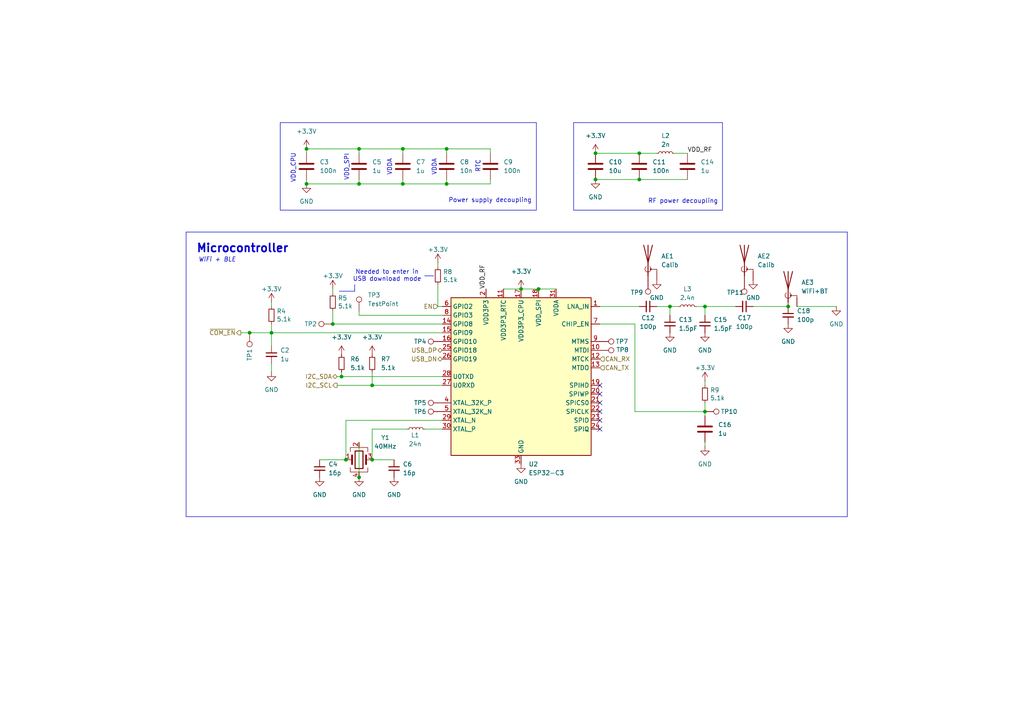
<source format=kicad_sch>
(kicad_sch (version 20250114) (generator "eeschema") (generator_version "9.0")
  (paper "A4")
  (title_block (title "GreenMobi BMS") (date "2024-02-13") (rev "ALPHA") (company "GreenMobi"))
  (lib_symbols
    (symbol "Connector:TestPoint" (pin_numbers (hide yes)) (pin_names (offset 0.762) (hide yes))
      (property "Reference" "TP" (at 0 6.858 0))
      (property "Value" "TestPoint" (at 0 5.08 0))
      (symbol "TestPoint_0_1"
        (circle (center 0 3.302) (radius 0.762))
      )
      (symbol "TestPoint_1_1"
        (pin passive line (at 0 0 90) (length 2.54) (name "1") (number "1"))
      )
    )
    (symbol "Device:Antenna_Shield" (pin_numbers (hide yes)) (pin_names (offset 1.016) (hide yes))
      (property "Reference" "AE" (at -1.905 4.445 0))
      (property "Value" "Antenna_Shield" (at -1.905 2.54 0))
      (symbol "Antenna_Shield_0_1"
        (arc (start 0 -2.667) (mid -0.8485 -2.1032) (end -0.508 -1.143))
        (polyline (pts (xy 0 5.08) (xy 0 -3.81)) (stroke (width 0.254)))
        (polyline (pts (xy 0 -2.54) (xy 0 0)))
        (arc (start 0.508 -1.143) (mid 0.8046 -2.0885) (end 0 -2.667))
        (polyline (pts (xy 0.762 -1.905) (xy 2.54 -1.905)))
        (circle (center 0.762 -1.905) (radius 0.1778) (fill (type outline)))
        (polyline (pts (xy 1.27 5.08) (xy 0 0) (xy -1.27 5.08)) (stroke (width 0.254)))
        (polyline (pts (xy 2.54 -2.54) (xy 2.54 -1.905)))
      )
      (symbol "Antenna_Shield_1_1"
        (pin input line (at 0 -5.08 90) (length 2.54) (name "A") (number "1"))
        (pin input line (at 2.54 -5.08 90) (length 2.54) (name "Shield") (number "2"))
      )
    )
    (symbol "Device:C" (pin_numbers (hide yes)) (pin_names (offset 0.254))
      (property "Reference" "C" (at 0.635 2.54 0))
      (property "Value" "C" (at 0.635 -2.54 0))
      (symbol "C_0_1"
        (polyline (pts (xy -2.032 0.762) (xy 2.032 0.762)) (stroke (width 0.508)))
        (polyline (pts (xy -2.032 -0.762) (xy 2.032 -0.762)) (stroke (width 0.508)))
      )
      (symbol "C_1_1"
        (pin passive line (at 0 3.81 270) (length 2.794) (name "~") (number "1"))
        (pin passive line (at 0 -3.81 90) (length 2.794) (name "~") (number "2"))
      )
    )
    (symbol "Device:C_Small" (pin_numbers (hide yes)) (pin_names (offset 0.254) (hide yes))
      (property "Reference" "C" (at 0.254 1.778 0))
      (property "Value" "C_Small" (at 0.254 -2.032 0))
      (symbol "C_Small_0_1"
        (polyline (pts (xy -1.524 0.508) (xy 1.524 0.508)) (stroke (width 0.3048)))
        (polyline (pts (xy -1.524 -0.508) (xy 1.524 -0.508)) (stroke (width 0.3302)))
      )
      (symbol "C_Small_1_1"
        (pin passive line (at 0 2.54 270) (length 2.032) (name "~") (number "1"))
        (pin passive line (at 0 -2.54 90) (length 2.032) (name "~") (number "2"))
      )
    )
    (symbol "Device:Crystal_GND24" (pin_names (offset 1.016) (hide yes))
      (property "Reference" "Y" (at 3.175 5.08 0))
      (property "Value" "Crystal_GND24" (at 3.175 3.175 0))
      (symbol "Crystal_GND24_0_1"
        (polyline (pts (xy -2.54 2.286) (xy -2.54 3.556) (xy 2.54 3.556) (xy 2.54 2.286)))
        (polyline (pts (xy -2.54 0) (xy -2.032 0)))
        (polyline (pts (xy -2.54 -2.286) (xy -2.54 -3.556) (xy 2.54 -3.556) (xy 2.54 -2.286)))
        (polyline (pts (xy -2.032 -1.27) (xy -2.032 1.27)) (stroke (width 0.508)))
        (rectangle (start -1.143 2.54) (end 1.143 -2.54) (stroke (width 0.3048)))
        (polyline (pts (xy 0 3.556) (xy 0 3.81)))
        (polyline (pts (xy 0 -3.81) (xy 0 -3.556)))
        (polyline (pts (xy 2.032 0) (xy 2.54 0)))
        (polyline (pts (xy 2.032 -1.27) (xy 2.032 1.27)) (stroke (width 0.508)))
      )
      (symbol "Crystal_GND24_1_1"
        (pin passive line (at -3.81 0 0) (length 1.27) (name "1") (number "1"))
        (pin passive line (at 0 5.08 270) (length 1.27) (name "2") (number "2"))
        (pin passive line (at 0 -5.08 90) (length 1.27) (name "4") (number "4"))
        (pin passive line (at 3.81 0 180) (length 1.27) (name "3") (number "3"))
      )
    )
    (symbol "Device:L_Small" (pin_numbers (hide yes)) (pin_names (offset 0.254) (hide yes))
      (property "Reference" "L" (at 0.762 1.016 0))
      (property "Value" "L_Small" (at 0.762 -1.016 0))
      (symbol "L_Small_0_1"
        (arc (start 0 2.032) (mid 0.5058 1.524) (end 0 1.016))
        (arc (start 0 1.016) (mid 0.5058 0.508) (end 0 0))
        (arc (start 0 0) (mid 0.5058 -0.508) (end 0 -1.016))
        (arc (start 0 -1.016) (mid 0.5058 -1.524) (end 0 -2.032))
      )
      (symbol "L_Small_1_1"
        (pin passive line (at 0 2.54 270) (length 0.508) (name "~") (number "1"))
        (pin passive line (at 0 -2.54 90) (length 0.508) (name "~") (number "2"))
      )
    )
    (symbol "Device:R_Small" (pin_numbers (hide yes)) (pin_names (offset 0.254) (hide yes))
      (property "Reference" "R" (at 0 0 90))
      (property "Value" "R_Small" (at 1.778 0 90))
      (symbol "R_Small_0_1"
        (rectangle (start -0.762 1.778) (end 0.762 -1.778) (stroke (width 0.2032)))
      )
      (symbol "R_Small_1_1"
        (pin passive line (at 0 2.54 270) (length 0.762) (name "~") (number "1"))
        (pin passive line (at 0 -2.54 90) (length 0.762) (name "~") (number "2"))
      )
    )
    (symbol "MCU_Espressif:ESP32-C3"
      (property "Reference" "U" (at -17.272 23.876 0))
      (property "Value" "ESP32-C3" (at 16.256 23.876 0))
      (symbol "ESP32-C3_1_1"
        (rectangle (start -20.32 22.86) (end 20.32 -22.86) (stroke (width 0.254)) (fill (type background)))
        (pin bidirectional line (at -22.86 20.32 0) (length 2.54) (name "GPIO2") (number "6"))
        (pin bidirectional line (at -22.86 17.78 0) (length 2.54) (name "GPIO3") (number "8"))
        (pin bidirectional line (at -22.86 15.24 0) (length 2.54) (name "GPIO8") (number "14"))
        (pin bidirectional line (at -22.86 12.7 0) (length 2.54) (name "GPIO9") (number "15"))
        (pin bidirectional line (at -22.86 10.16 0) (length 2.54) (name "GPIO10") (number "16"))
        (pin bidirectional line (at -22.86 7.62 0) (length 2.54) (name "GPIO18") (number "25"))
        (pin bidirectional line (at -22.86 5.08 0) (length 2.54) (name "GPIO19") (number "26"))
        (pin bidirectional line (at -22.86 0 0) (length 2.54) (name "U0TXD") (number "28"))
        (pin bidirectional line (at -22.86 -2.54 0) (length 2.54) (name "U0RXD") (number "27"))
        (pin bidirectional line (at -22.86 -7.62 0) (length 2.54) (name "XTAL_32K_P") (number "4"))
        (pin bidirectional line (at -22.86 -10.16 0) (length 2.54) (name "XTAL_32K_N") (number "5"))
        (pin bidirectional line (at -22.86 -12.7 0) (length 2.54) (name "XTAL_N") (number "29"))
        (pin bidirectional line (at -22.86 -15.24 0) (length 2.54) (name "XTAL_P") (number "30"))
        (pin power_in line (at -10.16 25.4 270) (length 2.54) (name "VDD3P3") (number "2"))
        (pin passive line (at -10.16 25.4 270) (length 2.54) (hide yes) (name "VDD3P3") (number "3"))
        (pin power_in line (at -5.08 25.4 270) (length 2.54) (name "VDD3P3_RTC") (number "11"))
        (pin power_in line (at 0 25.4 270) (length 2.54) (name "VDD3P3_CPU") (number "17"))
        (pin power_in line (at 0 -25.4 90) (length 2.54) (name "GND") (number "33"))
        (pin power_out line (at 5.08 25.4 270) (length 2.54) (name "VDD_SPI") (number "18"))
        (pin power_in line (at 10.16 25.4 270) (length 2.54) (name "VDDA") (number "31"))
        (pin passive line (at 10.16 25.4 270) (length 2.54) (hide yes) (name "VDDA") (number "32"))
        (pin bidirectional line (at 22.86 20.32 180) (length 2.54) (name "LNA_IN") (number "1"))
        (pin bidirectional line (at 22.86 15.24 180) (length 2.54) (name "CHIP_EN") (number "7"))
        (pin bidirectional line (at 22.86 10.16 180) (length 2.54) (name "MTMS") (number "9"))
        (pin bidirectional line (at 22.86 7.62 180) (length 2.54) (name "MTDI") (number "10"))
        (pin bidirectional line (at 22.86 5.08 180) (length 2.54) (name "MTCK") (number "12"))
        (pin bidirectional line (at 22.86 2.54 180) (length 2.54) (name "MTDO") (number "13"))
        (pin bidirectional line (at 22.86 -2.54 180) (length 2.54) (name "SPIHD") (number "19"))
        (pin bidirectional line (at 22.86 -5.08 180) (length 2.54) (name "SPIWP") (number "20"))
        (pin bidirectional line (at 22.86 -7.62 180) (length 2.54) (name "SPICS0") (number "21"))
        (pin bidirectional line (at 22.86 -10.16 180) (length 2.54) (name "SPICLK") (number "22"))
        (pin bidirectional line (at 22.86 -12.7 180) (length 2.54) (name "SPID") (number "23"))
        (pin bidirectional line (at 22.86 -15.24 180) (length 2.54) (name "SPIQ") (number "24"))
      )
    )
    (symbol "power:+3.3V" (power) (pin_numbers (hide yes)) (pin_names (offset 0) (hide yes))
      (property "Value" "+3.3V" (at 0 3.556 0))
      (symbol "+3.3V_0_1"
        (polyline (pts (xy -0.762 1.27) (xy 0 2.54)))
        (polyline (pts (xy 0 2.54) (xy 0.762 1.27)))
        (polyline (pts (xy 0 0) (xy 0 2.54)))
      )
      (symbol "+3.3V_1_1"
        (pin power_in line (at 0 0 90) (length 0) (name "~") (number "1"))
      )
    )
    (symbol "power:GND" (power) (pin_numbers (hide yes)) (pin_names (offset 0) (hide yes))
      (property "Value" "GND" (at 0 -3.81 0))
      (symbol "GND_0_1"
        (polyline (pts (xy 0 0) (xy 0 -1.27) (xy 1.27 -1.27) (xy 0 -2.54) (xy -1.27 -1.27) (xy 0 -1.27)))
      )
      (symbol "GND_1_1"
        (pin power_in line (at 0 0 270) (length 0) (name "~") (number "1"))
      )
    )
  )
  (rectangle (start 166.37 35.56) (end 209.55 60.96))
  (rectangle (start 81.28 35.56) (end 155.575 60.96))
  (text "VDD_SPI" (at 100.584 48.514 90) (effects (font (size 1.27 1.27))))
  (text "VDD_CPU" (at 85.09 48.768 90) (effects (font (size 1.27 1.27))))
  (text "WiFi + BLE" (at 62.992 75.438 0) (effects (font (size 1.27 1.27) (thickness 0.1588) (italic yes))))
  (text "RTC" (at 138.684 48.26 90) (effects (font (size 1.27 1.27))))
  (text "Power supply decoupling" (at 130.048 58.928 0) (effects (font (size 1.27 1.27)) (justify left bottom)))
  (text "VDDA" (at 113.03 48.514 90) (effects (font (size 1.27 1.27))))
  (text "Microcontroller" (at 70.358 72.136 0) (effects (font (size 2.3368 2.3368) (thickness 0.4674) (bold yes))))
  (text "RF power decoupling" (at 198.12 58.42 0) (effects (font (size 1.27 1.27))))
  (text "Needed to enter in\nUSB download mode" (at 112.268 80.01 0) (effects (font (size 1.27 1.27))))
  (text "VDDA" (at 125.984 48.514 90) (effects (font (size 1.27 1.27))))
  (junction (at 107.95 133.35))
  (junction (at 172.72 44.45))
  (junction (at 96.52 93.98))
  (junction (at 116.84 43.18))
  (junction (at 78.74 96.52))
  (junction (at 129.54 43.18))
  (junction (at 104.14 138.43))
  (junction (at 204.47 119.38))
  (junction (at 104.14 53.34))
  (junction (at 172.72 52.07))
  (junction (at 100.33 133.35))
  (junction (at 107.95 111.76))
  (junction (at 185.42 52.07))
  (junction (at 129.54 53.34))
  (junction (at 228.6 88.9))
  (junction (at 104.14 43.18))
  (junction (at 88.9 53.34))
  (junction (at 99.06 109.22))
  (junction (at 151.13 83.82))
  (junction (at 156.21 83.82))
  (junction (at 116.84 53.34))
  (junction (at 194.31 88.9))
  (junction (at 88.9 43.18))
  (junction (at 72.39 96.52))
  (junction (at 185.42 44.45))
  (junction (at 204.47 88.9))
  (no_connect (at 173.99 111.76))
  (no_connect (at 173.99 114.3))
  (no_connect (at 173.99 119.38))
  (no_connect (at 173.99 124.46))
  (no_connect (at 173.99 116.84))
  (no_connect (at 173.99 121.92))
  (wire (pts (xy 185.42 52.07) (xy 199.39 52.07)))
  (wire (pts (xy 96.52 83.82) (xy 96.52 85.09)))
  (wire (pts (xy 190.5 88.9) (xy 194.31 88.9)))
  (wire (pts (xy 204.47 88.9) (xy 204.47 91.44)))
  (wire (pts (xy 96.52 93.98) (xy 128.27 93.98)))
  (polyline (pts (xy 53.975 67.31) (xy 53.975 149.86)))
  (wire (pts (xy 142.24 53.34) (xy 129.54 53.34)))
  (wire (pts (xy 96.52 90.17) (xy 96.52 93.98)))
  (wire (pts (xy 104.14 43.18) (xy 104.14 44.45)))
  (wire (pts (xy 100.33 133.35) (xy 100.33 121.92)))
  (wire (pts (xy 129.54 43.18) (xy 142.24 43.18)))
  (wire (pts (xy 127 82.55) (xy 127 88.9)))
  (wire (pts (xy 172.72 52.07) (xy 185.42 52.07)))
  (wire (pts (xy 107.95 133.35) (xy 107.95 124.46)))
  (wire (pts (xy 204.47 88.9) (xy 213.36 88.9)))
  (wire (pts (xy 104.14 43.18) (xy 116.84 43.18)))
  (wire (pts (xy 99.06 107.95) (xy 99.06 109.22)))
  (wire (pts (xy 107.95 111.76) (xy 128.27 111.76)))
  (wire (pts (xy 129.54 53.34) (xy 129.54 52.07)))
  (wire (pts (xy 204.47 110.49) (xy 204.47 111.76)))
  (wire (pts (xy 72.39 96.52) (xy 78.74 96.52)))
  (wire (pts (xy 100.33 121.92) (xy 128.27 121.92)))
  (wire (pts (xy 201.93 88.9) (xy 204.47 88.9)))
  (wire (pts (xy 97.79 111.76) (xy 107.95 111.76)))
  (wire (pts (xy 104.14 52.07) (xy 104.14 53.34)))
  (polyline (pts (xy 245.745 67.31) (xy 245.745 149.86)))
  (wire (pts (xy 88.9 52.07) (xy 88.9 53.34)))
  (wire (pts (xy 204.47 119.38) (xy 204.47 116.84)))
  (wire (pts (xy 184.15 119.38) (xy 184.15 93.98)))
  (wire (pts (xy 116.84 52.07) (xy 116.84 53.34)))
  (wire (pts (xy 107.95 107.95) (xy 107.95 111.76)))
  (wire (pts (xy 104.14 128.27) (xy 104.14 138.43)))
  (wire (pts (xy 129.54 43.18) (xy 129.54 44.45)))
  (wire (pts (xy 184.15 119.38) (xy 204.47 119.38)))
  (polyline (pts (xy 53.975 67.31) (xy 245.745 67.31)))
  (wire (pts (xy 104.14 53.34) (xy 116.84 53.34)))
  (wire (pts (xy 204.47 129.54) (xy 204.47 128.27)))
  (wire (pts (xy 172.72 44.45) (xy 185.42 44.45)))
  (wire (pts (xy 104.14 90.17) (xy 104.14 91.44)))
  (wire (pts (xy 104.14 91.44) (xy 128.27 91.44)))
  (wire (pts (xy 104.14 53.34) (xy 88.9 53.34)))
  (wire (pts (xy 194.31 88.9) (xy 196.85 88.9)))
  (wire (pts (xy 88.9 43.18) (xy 88.9 44.45)))
  (wire (pts (xy 88.9 43.18) (xy 104.14 43.18)))
  (wire (pts (xy 173.99 88.9) (xy 185.42 88.9)))
  (wire (pts (xy 92.71 133.35) (xy 100.33 133.35)))
  (wire (pts (xy 204.47 120.65) (xy 204.47 119.38)))
  (wire (pts (xy 146.05 83.82) (xy 151.13 83.82)))
  (wire (pts (xy 78.74 87.63) (xy 78.74 88.9)))
  (wire (pts (xy 116.84 43.18) (xy 116.84 44.45)))
  (polyline (pts (xy 123.19 80.01) (xy 125.73 80.01)))
  (polyline (pts (xy 98.425 84.455) (xy 102.87 84.455)))
  (wire (pts (xy 195.58 44.45) (xy 199.39 44.45)))
  (wire (pts (xy 99.06 109.22) (xy 128.27 109.22)))
  (wire (pts (xy 142.24 43.18) (xy 142.24 44.45)))
  (wire (pts (xy 185.42 44.45) (xy 190.5 44.45)))
  (wire (pts (xy 142.24 52.07) (xy 142.24 53.34)))
  (wire (pts (xy 127 88.9) (xy 128.27 88.9)))
  (wire (pts (xy 123.19 124.46) (xy 128.27 124.46)))
  (wire (pts (xy 78.74 96.52) (xy 78.74 100.33)))
  (wire (pts (xy 184.15 93.98) (xy 173.99 93.98)))
  (wire (pts (xy 107.95 124.46) (xy 118.11 124.46)))
  (wire (pts (xy 151.13 83.82) (xy 156.21 83.82)))
  (wire (pts (xy 242.57 88.9) (xy 231.14 88.9)))
  (wire (pts (xy 218.44 88.9) (xy 228.6 88.9)))
  (wire (pts (xy 97.79 109.22) (xy 99.06 109.22)))
  (wire (pts (xy 127 76.2) (xy 127 77.47)))
  (polyline (pts (xy 245.745 149.86) (xy 53.975 149.86)))
  (wire (pts (xy 78.74 107.95) (xy 78.74 105.41)))
  (polyline (pts (xy 102.87 82.55) (xy 102.87 84.455)))
  (wire (pts (xy 107.95 133.35) (xy 114.3 133.35)))
  (wire (pts (xy 78.74 93.98) (xy 78.74 96.52)))
  (wire (pts (xy 156.21 83.82) (xy 161.29 83.82)))
  (wire (pts (xy 116.84 53.34) (xy 129.54 53.34)))
  (wire (pts (xy 78.74 96.52) (xy 128.27 96.52)))
  (wire (pts (xy 116.84 43.18) (xy 129.54 43.18)))
  (wire (pts (xy 69.85 96.52) (xy 72.39 96.52)))
  (wire (pts (xy 194.31 88.9) (xy 194.31 91.44)))
  (label "VDD_RF" (at 199.39 44.45 0))
  (label "VDD_RF" (at 140.97 83.82 90))
  (hierarchical_label "~{COM_EN}" (shape output) (at 69.85 96.52 180))
  (hierarchical_label "I2C_SDA" (shape bidirectional) (at 97.79 109.22 180))
  (hierarchical_label "USB_DP" (shape bidirectional) (at 128.27 101.6 180))
  (hierarchical_label "CAN_RX" (shape input) (at 173.99 104.14 0))
  (hierarchical_label "I2C_SCL" (shape output) (at 97.79 111.76 180))
  (hierarchical_label "USB_DN" (shape bidirectional) (at 128.27 104.14 180))
  (hierarchical_label "CAN_TX" (shape input) (at 173.99 106.68 0))
  (hierarchical_label "EN" (shape input) (at 127 88.9 180))
  (symbol (lib_id "Connector:TestPoint") (at 173.99 99.06 270) (unit 1)
    (property "Reference" "TP7" (at 178.562 99.06 90) (effects (justify left)))
    (property "Value" "TestPoint" (effects (hide yes)))
    (property "Footprint" "TestPoint:TestPoint_Pad_D1.0mm" (effects (hide yes)))
    (property "Description" "test point" (effects (hide yes)))
  )
  (symbol (lib_id "Device:R_Small") (at 78.74 91.44 0) (unit 1)
    (property "Reference" "R4" (at 80.2386 90.2716 0) (effects (justify left)))
    (property "Value" "5.1k" (at 80.2386 92.583 0) (effects (justify left)))
    (property "Footprint" "Resistor_SMD:R_0402_1005Metric" (effects (hide yes)))
    (property "Description" "Resistor, small symbol" (effects (hide yes)))
  )
  (symbol (lib_id "power:GND") (at 190.5 81.28 0) (unit 1)
    (property "Reference" "#PWR027" (effects (hide yes)))
    (property "Value" "GND" (at 190.5 86.36 0))
    (property "Description" "Power symbol creates a global label with name \"GND\" , ground" (effects (hide yes)))
  )
  (symbol (lib_id "Connector:TestPoint") (at 128.27 99.06 90) (unit 1)
    (property "Reference" "TP4" (at 123.698 99.06 90) (effects (justify left)))
    (property "Value" "TestPoint" (effects (hide yes)))
    (property "Footprint" "TestPoint:TestPoint_Pad_D1.0mm" (effects (hide yes)))
    (property "Description" "test point" (effects (hide yes)))
  )
  (symbol (lib_id "Device:R_Small") (at 99.06 105.41 0) (unit 1)
    (property "Reference" "R6" (at 101.6 104.1399 0) (effects (justify left)))
    (property "Value" "5.1k" (at 101.6 106.6799 0) (effects (justify left)))
    (property "Footprint" "Resistor_SMD:R_0402_1005Metric" (effects (hide yes)))
    (property "Description" "Resistor, small symbol" (effects (hide yes)))
  )
  (symbol (lib_id "power:+3.3V") (at 107.95 102.87 0) (unit 1)
    (property "Reference" "#PWR020" (effects (hide yes)))
    (property "Value" "+3.3V" (at 107.95 97.79 0))
    (property "Description" "Power symbol creates a global label with name \"+3.3V\"" (effects (hide yes)))
  )
  (symbol (lib_id "Device:R_Small") (at 204.47 114.3 0) (unit 1)
    (property "Reference" "R9" (at 205.9686 113.1316 0) (effects (justify left)))
    (property "Value" "5.1k" (at 205.9686 115.443 0) (effects (justify left)))
    (property "Footprint" "Resistor_SMD:R_0402_1005Metric" (effects (hide yes)))
    (property "Description" "Resistor, small symbol" (effects (hide yes)))
  )
  (symbol (lib_id "Device:C_Small") (at 78.74 102.87 0) (unit 1)
    (property "Reference" "C2" (at 81.28 101.6062 0) (effects (justify left)))
    (property "Value" "1u" (at 81.28 104.1462 0) (effects (justify left)))
    (property "Footprint" "Capacitor_SMD:C_0402_1005Metric" (effects (hide yes)))
    (property "Description" "Unpolarized capacitor, small symbol" (effects (hide yes)))
  )
  (symbol (lib_id "Device:L_Small") (at 199.39 88.9 90) (unit 1)
    (property "Reference" "L3" (at 199.39 83.82 90))
    (property "Value" "2.4n" (at 199.39 86.36 90))
    (property "Footprint" "Inductor_SMD:L_0402_1005Metric" (effects (hide yes)))
    (property "Description" "Inductor, small symbol" (effects (hide yes)))
    (property "LCSC" "C97997" (effects (hide yes)))
  )
  (symbol (lib_id "power:+3.3V") (at 78.74 87.63 0) (unit 1)
    (property "Reference" "#PWR012" (effects (hide yes)))
    (property "Value" "+3.3V" (at 78.74 83.82 0))
    (property "Description" "Power symbol creates a global label with name \"+3.3V\"" (effects (hide yes)))
  )
  (symbol (lib_id "Connector:TestPoint") (at 215.9 81.28 180) (unit 1)
    (property "Reference" "TP11" (at 210.82 84.836 0) (effects (justify right)))
    (property "Value" "TestPoint" (effects (hide yes)))
    (property "Footprint" "TestPoint:TestPoint_Pad_D1.0mm" (effects (hide yes)))
    (property "Description" "test point" (effects (hide yes)))
  )
  (symbol (lib_id "Device:C") (at 116.84 48.26 0) (unit 1)
    (property "Reference" "C7" (at 120.65 46.9899 0) (effects (justify left)))
    (property "Value" "1u" (at 120.65 49.5299 0) (effects (justify left)))
    (property "Footprint" "Capacitor_SMD:C_0402_1005Metric" (effects (hide yes)))
  )
  (symbol (lib_id "MCU_Espressif:ESP32-C3") (at 151.13 109.22 0) (unit 1)
    (property "Reference" "U2" (at 153.3241 134.62 0) (effects (justify left)))
    (property "Value" "ESP32-C3" (at 153.3241 137.16 0) (effects (justify left)))
    (property "Footprint" "Package_DFN_QFN:QFN-32-1EP_5x5mm_P0.5mm_EP3.7x3.7mm" (effects (hide yes)))
    (property "Datasheet" "https://www.espressif.com/sites/default/files/documentation/esp32-c3_datasheet_en.pdf" (effects (hide yes)))
    (property "Description" "RF Module, ESP32 SoC, RISC-V, WiFi 802.11b/n/g, Bluetooth LE 5, QFN32" (effects (hide yes)))
    (property "LCSC" "C2858491" (effects (hide yes)))
  )
  (symbol (lib_id "Device:Antenna_Shield") (at 228.6 83.82 0) (unit 1)
    (property "Reference" "AE3" (at 232.41 81.9149 0) (effects (justify left)))
    (property "Value" "WiFi+BT" (at 232.41 84.4549 0) (effects (justify left)))
    (property "Footprint" "RF_Antenna:Texas_SWRA117D_2.4GHz_Left" (effects (hide yes)))
    (property "Description" "Antenna with extra pin for shielding" (effects (hide yes)))
  )
  (symbol (lib_id "Device:C_Small") (at 187.96 88.9 270) (unit 1)
    (property "Reference" "C12" (at 187.96 92.202 90))
    (property "Value" "100p" (at 187.96 94.742 90))
    (property "Footprint" "Capacitor_SMD:C_0402_1005Metric" (effects (hide yes)))
    (property "Description" "Unpolarized capacitor, small symbol" (effects (hide yes)))
  )
  (symbol (lib_id "power:GND") (at 204.47 129.54 0) (unit 1)
    (property "Reference" "#PWR031" (effects (hide yes)))
    (property "Value" "GND" (at 204.47 134.62 0))
    (property "Description" "Power symbol creates a global label with name \"GND\" , ground" (effects (hide yes)))
  )
  (symbol (lib_id "Connector:TestPoint") (at 204.47 119.38 270) (unit 1)
    (property "Reference" "TP10" (at 209.042 119.38 90) (effects (justify left)))
    (property "Value" "TestPoint" (effects (hide yes)))
    (property "Footprint" "TestPoint:TestPoint_Pad_D1.0mm" (effects (hide yes)))
    (property "Description" "test point" (effects (hide yes)))
  )
  (symbol (lib_id "Device:C_Small") (at 194.31 93.98 0) (unit 1)
    (property "Reference" "C13" (at 196.85 92.7162 0) (effects (justify left)))
    (property "Value" "1.5pF" (at 196.85 95.2562 0) (effects (justify left)))
    (property "Footprint" "Capacitor_SMD:C_0402_1005Metric" (effects (hide yes)))
    (property "Description" "Unpolarized capacitor, small symbol" (effects (hide yes)))
    (property "LCSC" "C282238" (effects (hide yes)))
  )
  (symbol (lib_id "Connector:TestPoint") (at 96.52 93.98 90) (unit 1)
    (property "Reference" "TP2" (at 91.948 93.98 90) (effects (justify left)))
    (property "Value" "TestPoint" (effects (hide yes)))
    (property "Footprint" "TestPoint:TestPoint_Pad_D1.0mm" (effects (hide yes)))
    (property "Description" "test point" (effects (hide yes)))
  )
  (symbol (lib_id "Device:C_Small") (at 215.9 88.9 270) (unit 1)
    (property "Reference" "C17" (at 215.9 92.202 90))
    (property "Value" "100p" (at 215.9 94.742 90))
    (property "Footprint" "Capacitor_SMD:C_0402_1005Metric" (effects (hide yes)))
    (property "Description" "Unpolarized capacitor, small symbol" (effects (hide yes)))
  )
  (symbol (lib_id "power:GND") (at 151.13 134.62 0) (unit 1)
    (property "Reference" "#PWR024" (effects (hide yes)))
    (property "Value" "GND" (at 151.13 139.7 0))
    (property "Description" "Power symbol creates a global label with name \"GND\" , ground" (effects (hide yes)))
  )
  (symbol (lib_id "power:GND") (at 172.72 52.07 0) (unit 1)
    (property "Reference" "#PWR026" (effects (hide yes)))
    (property "Value" "GND" (at 172.72 57.15 0))
    (property "Description" "Power symbol creates a global label with name \"GND\" , ground" (effects (hide yes)))
  )
  (symbol (lib_id "power:GND") (at 194.31 96.52 0) (unit 1)
    (property "Reference" "#PWR028" (effects (hide yes)))
    (property "Value" "GND" (at 194.31 101.6 0))
    (property "Description" "Power symbol creates a global label with name \"GND\" , ground" (effects (hide yes)))
  )
  (symbol (lib_id "Connector:TestPoint") (at 128.27 116.84 90) (unit 1)
    (property "Reference" "TP5" (at 123.698 116.84 90) (effects (justify left)))
    (property "Value" "TestPoint" (effects (hide yes)))
    (property "Footprint" "TestPoint:TestPoint_Pad_D1.0mm" (effects (hide yes)))
    (property "Description" "test point" (effects (hide yes)))
  )
  (symbol (lib_id "Device:C") (at 104.14 48.26 0) (unit 1)
    (property "Reference" "C5" (at 107.95 46.9899 0) (effects (justify left)))
    (property "Value" "1u" (at 107.95 49.5299 0) (effects (justify left)))
    (property "Footprint" "Capacitor_SMD:C_0402_1005Metric" (effects (hide yes)))
  )
  (symbol (lib_id "power:GND") (at 104.14 138.43 0) (unit 1)
    (property "Reference" "#PWR019" (effects (hide yes)))
    (property "Value" "GND" (at 104.14 143.51 0))
    (property "Description" "Power symbol creates a global label with name \"GND\" , ground" (effects (hide yes)))
  )
  (symbol (lib_id "Device:L_Small") (at 193.04 44.45 90) (unit 1)
    (property "Reference" "L2" (at 193.04 39.37 90))
    (property "Value" "2n" (at 193.04 41.91 90))
    (property "Footprint" "Inductor_SMD:L_0402_1005Metric" (effects (hide yes)))
    (property "Description" "Inductor, small symbol" (effects (hide yes)))
    (property "Notes" ">500mA" (effects (hide yes)))
  )
  (symbol (lib_id "Device:C_Small") (at 114.3 135.89 0) (unit 1)
    (property "Reference" "C6" (at 116.84 134.6262 0) (effects (justify left)))
    (property "Value" "16p" (at 116.84 137.1662 0) (effects (justify left)))
    (property "Footprint" "Capacitor_SMD:C_0402_1005Metric" (effects (hide yes)))
    (property "Description" "Unpolarized capacitor, small symbol" (effects (hide yes)))
  )
  (symbol (lib_id "Connector:TestPoint") (at 128.27 119.38 90) (unit 1)
    (property "Reference" "TP6" (at 123.698 119.38 90) (effects (justify left)))
    (property "Value" "TestPoint" (effects (hide yes)))
    (property "Footprint" "TestPoint:TestPoint_Pad_D1.0mm" (effects (hide yes)))
    (property "Description" "test point" (effects (hide yes)))
  )
  (symbol (lib_id "Device:C_Small") (at 228.6 91.44 0) (unit 1)
    (property "Reference" "C18" (at 231.14 90.1762 0) (effects (justify left)))
    (property "Value" "100p" (at 231.14 92.7162 0) (effects (justify left)))
    (property "Footprint" "Capacitor_SMD:C_0402_1005Metric" (effects (hide yes)))
    (property "Description" "Unpolarized capacitor, small symbol" (effects (hide yes)))
  )
  (symbol (lib_id "Device:L_Small") (at 120.65 124.46 90) (unit 1)
    (property "Reference" "L1" (at 120.396 126.238 90))
    (property "Value" "24n" (at 120.396 128.778 90))
    (property "Footprint" "Inductor_SMD:L_0402_1005Metric" (effects (hide yes)))
    (property "Description" "Inductor, small symbol" (effects (hide yes)))
  )
  (symbol (lib_id "power:GND") (at 242.57 88.9 0) (unit 1)
    (property "Reference" "#PWR034" (effects (hide yes)))
    (property "Value" "GND" (at 242.57 93.98 0))
    (property "Description" "Power symbol creates a global label with name \"GND\" , ground" (effects (hide yes)))
  )
  (symbol (lib_id "Connector:TestPoint") (at 72.39 96.52 180) (unit 1)
    (property "Reference" "TP1" (at 72.39 101.092 90) (effects (justify left)))
    (property "Value" "TestPoint" (effects (hide yes)))
    (property "Footprint" "TestPoint:TestPoint_Pad_D1.0mm" (effects (hide yes)))
    (property "Description" "test point" (effects (hide yes)))
  )
  (symbol (lib_id "Device:R_Small") (at 127 80.01 0) (unit 1)
    (property "Reference" "R8" (at 128.4986 78.8416 0) (effects (justify left)))
    (property "Value" "5.1k" (at 128.4986 81.153 0) (effects (justify left)))
    (property "Footprint" "Resistor_SMD:R_0402_1005Metric" (effects (hide yes)))
    (property "Description" "Resistor, small symbol" (effects (hide yes)))
  )
  (symbol (lib_id "Device:Crystal_GND24") (at 104.14 133.35 0) (unit 1)
    (property "Reference" "Y1" (at 111.76 126.9298 0))
    (property "Value" "40MHz" (at 111.76 129.4698 0))
    (property "Footprint" "Crystal:Crystal_SMD_2520-4Pin_2.5x2.0mm" (effects (hide yes)))
    (property "Description" "Four pin crystal, GND on pins 2 and 4" (effects (hide yes)))
    (property "LCSC" "C3007519" (effects (hide yes)))
  )
  (symbol (lib_id "power:GND") (at 204.47 96.52 0) (unit 1)
    (property "Reference" "#PWR029" (effects (hide yes)))
    (property "Value" "GND" (at 204.47 101.6 0))
    (property "Description" "Power symbol creates a global label with name \"GND\" , ground" (effects (hide yes)))
  )
  (symbol (lib_id "power:GND") (at 228.6 93.98 0) (unit 1)
    (property "Reference" "#PWR033" (effects (hide yes)))
    (property "Value" "GND" (at 228.6 99.06 0))
    (property "Description" "Power symbol creates a global label with name \"GND\" , ground" (effects (hide yes)))
  )
  (symbol (lib_id "power:GND") (at 114.3 138.43 0) (unit 1)
    (property "Reference" "#PWR021" (effects (hide yes)))
    (property "Value" "GND" (at 114.3 143.51 0))
    (property "Description" "Power symbol creates a global label with name \"GND\" , ground" (effects (hide yes)))
  )
  (symbol (lib_id "Connector:TestPoint") (at 187.96 81.28 180) (unit 1)
    (property "Reference" "TP9" (at 182.88 84.836 0) (effects (justify right)))
    (property "Value" "TestPoint" (effects (hide yes)))
    (property "Footprint" "TestPoint:TestPoint_Pad_D1.0mm" (effects (hide yes)))
    (property "Description" "test point" (effects (hide yes)))
  )
  (symbol (lib_id "power:+3.3V") (at 127 76.2 0) (unit 1)
    (property "Reference" "#PWR022" (effects (hide yes)))
    (property "Value" "+3.3V" (at 127 72.39 0))
    (property "Description" "Power symbol creates a global label with name \"+3.3V\"" (effects (hide yes)))
  )
  (symbol (lib_id "Device:R_Small") (at 96.52 87.63 0) (unit 1)
    (property "Reference" "R5" (at 98.0186 86.4616 0) (effects (justify left)))
    (property "Value" "5.1k" (at 98.0186 88.773 0) (effects (justify left)))
    (property "Footprint" "Resistor_SMD:R_0402_1005Metric" (effects (hide yes)))
    (property "Description" "Resistor, small symbol" (effects (hide yes)))
  )
  (symbol (lib_id "Device:C") (at 88.9 48.26 0) (unit 1)
    (property "Reference" "C3" (at 92.71 46.9899 0) (effects (justify left)))
    (property "Value" "100n" (at 92.71 49.5299 0) (effects (justify left)))
    (property "Footprint" "Capacitor_SMD:C_0402_1005Metric" (effects (hide yes)))
  )
  (symbol (lib_id "Device:C") (at 172.72 48.26 0) (unit 1)
    (property "Reference" "C10" (at 176.53 46.9899 0) (effects (justify left)))
    (property "Value" "10u" (at 176.53 49.5299 0) (effects (justify left)))
    (property "Footprint" "Capacitor_SMD:C_0402_1005Metric" (effects (hide yes)))
  )
  (symbol (lib_id "power:+3.3V") (at 99.06 102.87 0) (unit 1)
    (property "Reference" "#PWR018" (effects (hide yes)))
    (property "Value" "+3.3V" (at 99.06 97.79 0))
    (property "Description" "Power symbol creates a global label with name \"+3.3V\"" (effects (hide yes)))
  )
  (symbol (lib_id "power:+3.3V") (at 204.47 110.49 0) (unit 1)
    (property "Reference" "#PWR030" (effects (hide yes)))
    (property "Value" "+3.3V" (at 204.47 106.68 0))
    (property "Description" "Power symbol creates a global label with name \"+3.3V\"" (effects (hide yes)))
  )
  (symbol (lib_id "Device:C") (at 129.54 48.26 0) (unit 1)
    (property "Reference" "C8" (at 133.35 46.9899 0) (effects (justify left)))
    (property "Value" "10n" (at 133.35 49.5299 0) (effects (justify left)))
    (property "Footprint" "Capacitor_SMD:C_0402_1005Metric" (effects (hide yes)))
  )
  (symbol (lib_id "Device:C") (at 185.42 48.26 0) (unit 1)
    (property "Reference" "C11" (at 189.23 46.9899 0) (effects (justify left)))
    (property "Value" "100n" (at 189.23 49.5299 0) (effects (justify left)))
    (property "Footprint" "Capacitor_SMD:C_0402_1005Metric" (effects (hide yes)))
  )
  (symbol (lib_id "Device:Antenna_Shield") (at 215.9 76.2 0) (unit 1)
    (property "Reference" "AE2" (at 219.71 74.2949 0) (effects (justify left)))
    (property "Value" "Calib" (at 219.71 76.8349 0) (effects (justify left)))
    (property "Footprint" "Connector_Coaxial:U.FL_Hirose_U.FL-R-SMT-1_Vertical" (effects (hide yes)))
    (property "Description" "Antenna with extra pin for shielding" (effects (hide yes)))
    (property "LCSC" "C88374" (effects (hide yes)))
  )
  (symbol (lib_id "power:GND") (at 88.9 53.34 0) (unit 1)
    (property "Reference" "#PWR015" (effects (hide yes)))
    (property "Value" "GND" (at 88.9 58.42 0))
    (property "Description" "Power symbol creates a global label with name \"GND\" , ground" (effects (hide yes)))
  )
  (symbol (lib_id "Connector:TestPoint") (at 104.14 90.17 0) (unit 1)
    (property "Reference" "TP3" (at 106.68 85.5979 0) (effects (justify left)))
    (property "Value" "TestPoint" (at 106.68 88.1379 0) (effects (justify left)))
    (property "Footprint" "TestPoint:TestPoint_Pad_D1.0mm" (effects (hide yes)))
    (property "Description" "test point" (effects (hide yes)))
  )
  (symbol (lib_id "Device:C_Small") (at 92.71 135.89 0) (unit 1)
    (property "Reference" "C4" (at 95.25 134.6262 0) (effects (justify left)))
    (property "Value" "16p" (at 95.25 137.1662 0) (effects (justify left)))
    (property "Footprint" "Capacitor_SMD:C_0402_1005Metric" (effects (hide yes)))
    (property "Description" "Unpolarized capacitor, small symbol" (effects (hide yes)))
  )
  (symbol (lib_id "Device:R_Small") (at 107.95 105.41 0) (unit 1)
    (property "Reference" "R7" (at 110.49 104.1399 0) (effects (justify left)))
    (property "Value" "5.1k" (at 110.49 106.6799 0) (effects (justify left)))
    (property "Footprint" "Resistor_SMD:R_0402_1005Metric" (effects (hide yes)))
    (property "Description" "Resistor, small symbol" (effects (hide yes)))
  )
  (symbol (lib_id "power:GND") (at 92.71 138.43 0) (unit 1)
    (property "Reference" "#PWR016" (effects (hide yes)))
    (property "Value" "GND" (at 92.71 143.51 0))
    (property "Description" "Power symbol creates a global label with name \"GND\" , ground" (effects (hide yes)))
  )
  (symbol (lib_id "power:+3.3V") (at 151.13 83.82 0) (unit 1)
    (property "Reference" "#PWR023" (effects (hide yes)))
    (property "Value" "+3.3V" (at 151.13 78.74 0))
    (property "Description" "Power symbol creates a global label with name \"+3.3V\"" (effects (hide yes)))
  )
  (symbol (lib_id "Device:C") (at 199.39 48.26 0) (unit 1)
    (property "Reference" "C14" (at 203.2 46.9899 0) (effects (justify left)))
    (property "Value" "1u" (at 203.2 49.5299 0) (effects (justify left)))
    (property "Footprint" "Capacitor_SMD:C_0402_1005Metric" (effects (hide yes)))
  )
  (symbol (lib_id "power:+3.3V") (at 172.72 44.45 0) (unit 1)
    (property "Reference" "#PWR025" (effects (hide yes)))
    (property "Value" "+3.3V" (at 172.72 39.37 0))
    (property "Description" "Power symbol creates a global label with name \"+3.3V\"" (effects (hide yes)))
  )
  (symbol (lib_id "power:GND") (at 218.44 81.28 0) (unit 1)
    (property "Reference" "#PWR032" (effects (hide yes)))
    (property "Value" "GND" (at 218.44 86.36 0))
    (property "Description" "Power symbol creates a global label with name \"GND\" , ground" (effects (hide yes)))
  )
  (symbol (lib_id "power:+3.3V") (at 88.9 43.18 0) (unit 1)
    (property "Reference" "#PWR014" (effects (hide yes)))
    (property "Value" "+3.3V" (at 88.9 38.1 0))
    (property "Description" "Power symbol creates a global label with name \"+3.3V\"" (effects (hide yes)))
  )
  (symbol (lib_id "Device:C") (at 142.24 48.26 0) (unit 1)
    (property "Reference" "C9" (at 146.05 46.9899 0) (effects (justify left)))
    (property "Value" "100n" (at 146.05 49.5299 0) (effects (justify left)))
    (property "Footprint" "Capacitor_SMD:C_0402_1005Metric" (effects (hide yes)))
  )
  (symbol (lib_id "power:+3.3V") (at 96.52 83.82 0) (unit 1)
    (property "Reference" "#PWR017" (effects (hide yes)))
    (property "Value" "+3.3V" (at 96.52 80.01 0))
    (property "Description" "Power symbol creates a global label with name \"+3.3V\"" (effects (hide yes)))
  )
  (symbol (lib_id "power:GND") (at 78.74 107.95 0) (unit 1)
    (property "Reference" "#PWR013" (effects (hide yes)))
    (property "Value" "GND" (at 78.74 113.03 0))
    (property "Description" "Power symbol creates a global label with name \"GND\" , ground" (effects (hide yes)))
  )
  (symbol (lib_id "Device:C_Small") (at 204.47 93.98 0) (unit 1)
    (property "Reference" "C15" (at 207.01 92.7162 0) (effects (justify left)))
    (property "Value" "1.5pF" (at 207.01 95.2562 0) (effects (justify left)))
    (property "Footprint" "Capacitor_SMD:C_0402_1005Metric" (effects (hide yes)))
    (property "Description" "Unpolarized capacitor, small symbol" (effects (hide yes)))
    (property "LCSC" "C282238" (effects (hide yes)))
  )
  (symbol (lib_id "Device:C") (at 204.47 124.46 0) (unit 1)
    (property "Reference" "C16" (at 208.28 123.1899 0) (effects (justify left)))
    (property "Value" "1u" (at 208.28 125.7299 0) (effects (justify left)))
    (property "Footprint" "Capacitor_SMD:C_0402_1005Metric" (effects (hide yes)))
  )
  (symbol (lib_id "Connector:TestPoint") (at 173.99 101.6 270) (unit 1)
    (property "Reference" "TP8" (at 178.7266 101.4684 90) (effects (justify left)))
    (property "Value" "TestPoint" (effects (hide yes)))
    (property "Footprint" "TestPoint:TestPoint_Pad_D1.0mm" (effects (hide yes)))
    (property "Description" "test point" (effects (hide yes)))
  )
  (symbol (lib_id "Device:Antenna_Shield") (at 187.96 76.2 0) (unit 1)
    (property "Reference" "AE1" (at 191.77 74.2949 0) (effects (justify left)))
    (property "Value" "Calib" (at 191.77 76.8349 0) (effects (justify left)))
    (property "Footprint" "Connector_Coaxial:U.FL_Hirose_U.FL-R-SMT-1_Vertical" (effects (hide yes)))
    (property "Description" "Antenna with extra pin for shielding" (effects (hide yes)))
    (property "LCSC" "C88374" (effects (hide yes)))
  )
)
</source>
